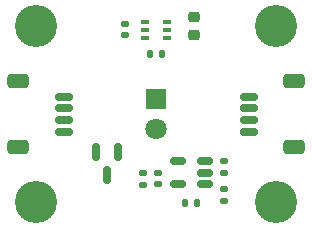
<source format=gts>
%TF.GenerationSoftware,KiCad,Pcbnew,7.0.8-7.0.8~ubuntu22.04.1*%
%TF.CreationDate,2023-11-26T12:39:26-08:00*%
%TF.ProjectId,radial_16mA,72616469-616c-45f3-9136-6d412e6b6963,rev?*%
%TF.SameCoordinates,Original*%
%TF.FileFunction,Soldermask,Top*%
%TF.FilePolarity,Negative*%
%FSLAX46Y46*%
G04 Gerber Fmt 4.6, Leading zero omitted, Abs format (unit mm)*
G04 Created by KiCad (PCBNEW 7.0.8-7.0.8~ubuntu22.04.1) date 2023-11-26 12:39:26*
%MOMM*%
%LPD*%
G01*
G04 APERTURE LIST*
G04 Aperture macros list*
%AMRoundRect*
0 Rectangle with rounded corners*
0 $1 Rounding radius*
0 $2 $3 $4 $5 $6 $7 $8 $9 X,Y pos of 4 corners*
0 Add a 4 corners polygon primitive as box body*
4,1,4,$2,$3,$4,$5,$6,$7,$8,$9,$2,$3,0*
0 Add four circle primitives for the rounded corners*
1,1,$1+$1,$2,$3*
1,1,$1+$1,$4,$5*
1,1,$1+$1,$6,$7*
1,1,$1+$1,$8,$9*
0 Add four rect primitives between the rounded corners*
20,1,$1+$1,$2,$3,$4,$5,0*
20,1,$1+$1,$4,$5,$6,$7,0*
20,1,$1+$1,$6,$7,$8,$9,0*
20,1,$1+$1,$8,$9,$2,$3,0*%
G04 Aperture macros list end*
%ADD10C,3.570000*%
%ADD11R,1.800000X1.800000*%
%ADD12C,1.800000*%
%ADD13RoundRect,0.150000X-0.625000X0.150000X-0.625000X-0.150000X0.625000X-0.150000X0.625000X0.150000X0*%
%ADD14RoundRect,0.250000X-0.650000X0.350000X-0.650000X-0.350000X0.650000X-0.350000X0.650000X0.350000X0*%
%ADD15RoundRect,0.150000X0.625000X-0.150000X0.625000X0.150000X-0.625000X0.150000X-0.625000X-0.150000X0*%
%ADD16RoundRect,0.250000X0.650000X-0.350000X0.650000X0.350000X-0.650000X0.350000X-0.650000X-0.350000X0*%
%ADD17RoundRect,0.135000X-0.185000X0.135000X-0.185000X-0.135000X0.185000X-0.135000X0.185000X0.135000X0*%
%ADD18RoundRect,0.150000X0.512500X0.150000X-0.512500X0.150000X-0.512500X-0.150000X0.512500X-0.150000X0*%
%ADD19RoundRect,0.140000X0.170000X-0.140000X0.170000X0.140000X-0.170000X0.140000X-0.170000X-0.140000X0*%
%ADD20RoundRect,0.135000X0.185000X-0.135000X0.185000X0.135000X-0.185000X0.135000X-0.185000X-0.135000X0*%
%ADD21RoundRect,0.218750X-0.256250X0.218750X-0.256250X-0.218750X0.256250X-0.218750X0.256250X0.218750X0*%
%ADD22RoundRect,0.135000X-0.135000X-0.185000X0.135000X-0.185000X0.135000X0.185000X-0.135000X0.185000X0*%
%ADD23R,0.650000X0.400000*%
%ADD24RoundRect,0.150000X-0.150000X0.587500X-0.150000X-0.587500X0.150000X-0.587500X0.150000X0.587500X0*%
%ADD25RoundRect,0.140000X-0.140000X-0.170000X0.140000X-0.170000X0.140000X0.170000X-0.140000X0.170000X0*%
G04 APERTURE END LIST*
D10*
%TO.C,M1*%
X52540000Y-52540000D03*
%TD*%
%TO.C,M2*%
X72860000Y-52540000D03*
%TD*%
%TO.C,M3*%
X72860000Y-67460000D03*
%TD*%
%TO.C,M4*%
X52540000Y-67460000D03*
%TD*%
D11*
%TO.C,D1*%
X62700000Y-58730000D03*
D12*
X62700000Y-61270000D03*
%TD*%
D13*
%TO.C,J1*%
X54880000Y-58500000D03*
X54880000Y-59500000D03*
X54880000Y-60500000D03*
X54880000Y-61500000D03*
D14*
X51005000Y-57200000D03*
X51005000Y-62800000D03*
%TD*%
D15*
%TO.C,J2*%
X70520000Y-61500000D03*
X70520000Y-60500000D03*
X70520000Y-59500000D03*
X70520000Y-58500000D03*
D16*
X74395000Y-62800000D03*
X74395000Y-57200000D03*
%TD*%
D17*
%TO.C,R1*%
X68427600Y-63982600D03*
X68427600Y-65002600D03*
%TD*%
D18*
%TO.C,U2*%
X66795200Y-65881000D03*
X66795200Y-64931000D03*
X66795200Y-63981000D03*
X64520200Y-63981000D03*
X64520200Y-65881000D03*
%TD*%
D19*
%TO.C,C3*%
X62845200Y-65936000D03*
X62845200Y-64976000D03*
%TD*%
D20*
%TO.C,R3*%
X68427600Y-67360800D03*
X68427600Y-66340800D03*
%TD*%
D21*
%TO.C,L1*%
X65862200Y-51739700D03*
X65862200Y-53314700D03*
%TD*%
D22*
%TO.C,R2*%
X65150200Y-67481000D03*
X66170200Y-67481000D03*
%TD*%
D19*
%TO.C,C1*%
X60071000Y-53312000D03*
X60071000Y-52352000D03*
%TD*%
D23*
%TO.C,U1*%
X61727000Y-52197000D03*
X61727000Y-52847000D03*
X61727000Y-53497000D03*
X63627000Y-53497000D03*
X63627000Y-52847000D03*
X63627000Y-52197000D03*
%TD*%
D19*
%TO.C,C4*%
X61620200Y-65941000D03*
X61620200Y-64981000D03*
%TD*%
D24*
%TO.C,Q1*%
X59500000Y-63225000D03*
X57600000Y-63225000D03*
X58550000Y-65100000D03*
%TD*%
D25*
%TO.C,C2*%
X62209800Y-54864000D03*
X63169800Y-54864000D03*
%TD*%
M02*

</source>
